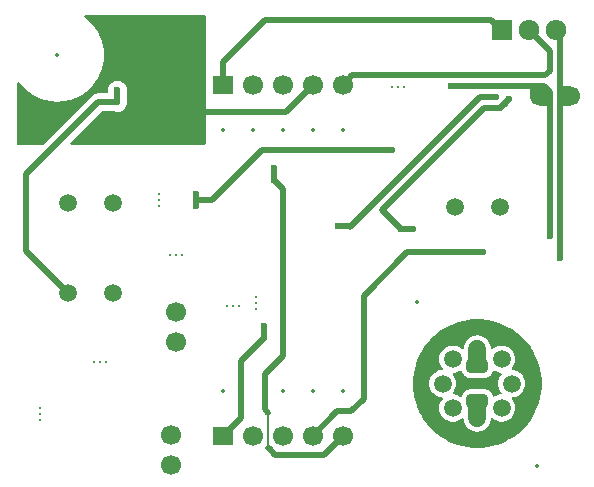
<source format=gbl>
%TF.GenerationSoftware,KiCad,Pcbnew,8.0.6*%
%TF.CreationDate,2025-01-21T00:38:54+01:00*%
%TF.ProjectId,3458A Ref A9 Clone,33343538-4120-4526-9566-20413920436c,B*%
%TF.SameCoordinates,Original*%
%TF.FileFunction,Copper,L4,Bot*%
%TF.FilePolarity,Positive*%
%FSLAX46Y46*%
G04 Gerber Fmt 4.6, Leading zero omitted, Abs format (unit mm)*
G04 Created by KiCad (PCBNEW 8.0.6) date 2025-01-21 00:38:54*
%MOMM*%
%LPD*%
G01*
G04 APERTURE LIST*
G04 Aperture macros list*
%AMRoundRect*
0 Rectangle with rounded corners*
0 $1 Rounding radius*
0 $2 $3 $4 $5 $6 $7 $8 $9 X,Y pos of 4 corners*
0 Add a 4 corners polygon primitive as box body*
4,1,4,$2,$3,$4,$5,$6,$7,$8,$9,$2,$3,0*
0 Add four circle primitives for the rounded corners*
1,1,$1+$1,$2,$3*
1,1,$1+$1,$4,$5*
1,1,$1+$1,$6,$7*
1,1,$1+$1,$8,$9*
0 Add four rect primitives between the rounded corners*
20,1,$1+$1,$2,$3,$4,$5,0*
20,1,$1+$1,$4,$5,$6,$7,0*
20,1,$1+$1,$6,$7,$8,$9,0*
20,1,$1+$1,$8,$9,$2,$3,0*%
G04 Aperture macros list end*
%TA.AperFunction,Conductor*%
%ADD10C,0.000000*%
%TD*%
%TA.AperFunction,ComponentPad*%
%ADD11C,1.500000*%
%TD*%
%TA.AperFunction,ComponentPad*%
%ADD12R,1.700000X1.524000*%
%TD*%
%TA.AperFunction,ComponentPad*%
%ADD13C,1.700000*%
%TD*%
%TA.AperFunction,ComponentPad*%
%ADD14R,1.710000X1.710000*%
%TD*%
%TA.AperFunction,ComponentPad*%
%ADD15O,1.710000X1.800000*%
%TD*%
%TA.AperFunction,SMDPad,CuDef*%
%ADD16RoundRect,0.250000X-0.650000X0.325000X-0.650000X-0.325000X0.650000X-0.325000X0.650000X0.325000X0*%
%TD*%
%TA.AperFunction,ViaPad*%
%ADD17C,0.600000*%
%TD*%
%TA.AperFunction,Conductor*%
%ADD18C,0.508000*%
%TD*%
%TA.AperFunction,Conductor*%
%ADD19C,1.500000*%
%TD*%
%TA.AperFunction,Conductor*%
%ADD20C,0.200000*%
%TD*%
%ADD21C,0.300000*%
%ADD22C,0.350000*%
G04 APERTURE END LIST*
%TA.AperFunction,Conductor*%
%TO.N,Net-(Q401-E)*%
G36*
X176657000Y-99334000D02*
G01*
X177546000Y-99334000D01*
X177546000Y-101025800D01*
X176657000Y-101025800D01*
X176657000Y-99334000D01*
G37*
%TD.AperFunction*%
D10*
%TA.AperFunction,Conductor*%
%TO.N,Net-(D401-A)*%
G36*
X175540000Y-100730000D02*
G01*
X175540000Y-101020000D01*
X174940000Y-101020000D01*
X174110000Y-100190000D01*
X174110000Y-99560000D01*
X174370000Y-99560000D01*
X175540000Y-100730000D01*
G37*
%TD.AperFunction*%
%TD*%
D11*
%TO.P,R415,1*%
%TO.N,+7V REF*%
X135001000Y-109270800D03*
%TO.P,R415,2*%
%TO.N,Net-(C411-Pad1)*%
X138811000Y-109270800D03*
%TD*%
%TO.P,R413,1*%
%TO.N,+7V REF*%
X171577000Y-109601000D03*
%TO.P,R413,2*%
%TO.N,Net-(C414-Pad1)*%
X167767000Y-109601000D03*
%TD*%
%TO.P,U401,1*%
%TO.N,Net-(Q401-E)*%
X172543018Y-124519986D03*
%TO.P,U401,2*%
%TO.N,Net-(D401-A)*%
X171687770Y-122455234D03*
%TO.P,U401,3*%
%TO.N,+7V REF*%
X169623018Y-121599986D03*
%TO.P,U401,4*%
%TO.N,ZD-*%
X167558266Y-122455234D03*
%TO.P,U401,5*%
%TO.N,Net-(C411-Pad1)*%
X166703018Y-124519986D03*
%TO.P,U401,6*%
%TO.N,J400 (1): Temp*%
X167558266Y-126584738D03*
%TO.P,U401,7*%
%TO.N,J400 (2): REF GND*%
X169623018Y-127439986D03*
%TO.P,U401,8*%
%TO.N,Net-(C414-Pad1)*%
X171687770Y-126584738D03*
%TD*%
D12*
%TO.P,J400,1,Pin_1*%
%TO.N,J400 (1): Temp*%
X148080000Y-128940000D03*
D13*
%TO.P,J400,2,Pin_2*%
%TO.N,unconnected-(J400-Pin_2-Pad2)*%
X150620000Y-128940000D03*
%TO.P,J400,3,Pin_3*%
%TO.N,J400 (2): REF GND*%
X153160000Y-128940000D03*
%TO.P,J400,4,Pin_4*%
%TO.N,+7V REF*%
X155700000Y-128940000D03*
%TO.P,J400,5,Pin_5*%
%TO.N,J400 (2): REF GND*%
X158240000Y-128940000D03*
%TD*%
D11*
%TO.P,R414,1*%
%TO.N,ZD-*%
X138811000Y-116890800D03*
%TO.P,R414,2*%
%TO.N,J400 (2): REF GND*%
X135001000Y-116890800D03*
%TD*%
D13*
%TO.P,TP2,1,1*%
%TO.N,J400 (2): REF GND*%
X143713200Y-131445000D03*
%TD*%
%TO.P,TP6,1,1*%
%TO.N,Net-(D401-A)*%
X174955200Y-100177600D03*
%TD*%
%TO.P,TP3,1,1*%
%TO.N,ZD-*%
X144145000Y-121031000D03*
%TD*%
%TO.P,TP4,1,1*%
%TO.N,J400 (2): REF GND*%
X144144999Y-118491000D03*
%TD*%
D14*
%TO.P,Q401,1,B*%
%TO.N,J401 (1): Heater*%
X171704000Y-94615000D03*
D15*
%TO.P,Q401,2,C*%
%TO.N,+18H*%
X173984001Y-94615000D03*
%TO.P,Q401,3,E*%
%TO.N,Net-(Q401-E)*%
X176264000Y-94615000D03*
%TD*%
D13*
%TO.P,TP5,1,1*%
%TO.N,Net-(Q401-E)*%
X177495200Y-100177600D03*
%TD*%
%TO.P,TP1,1,1*%
%TO.N,J400 (1): Temp*%
X143713200Y-128905000D03*
%TD*%
D12*
%TO.P,J401,1,Pin_1*%
%TO.N,J401 (1): Heater*%
X148090000Y-99210000D03*
D13*
%TO.P,J401,2,Pin_2*%
%TO.N,+18*%
X150630000Y-99210000D03*
%TO.P,J401,3,Pin_3*%
%TO.N,J401 (3): GND Heater*%
X153170000Y-99210000D03*
%TO.P,J401,4,Pin_4*%
%TO.N,-15*%
X155710000Y-99210000D03*
%TO.P,J401,5,Pin_5*%
%TO.N,+18H*%
X158250000Y-99210000D03*
%TD*%
D16*
%TO.P,C2,1*%
%TO.N,+7V REF*%
X169630018Y-123044985D03*
%TO.P,C2,2*%
%TO.N,J400 (2): REF GND*%
X169630018Y-125994987D03*
%TD*%
D17*
%TO.N,+7V REF*%
X169113200Y-113411000D03*
X170129199Y-113410999D03*
X169621200Y-113411000D03*
%TO.N,J400 (2): REF GND*%
X139164699Y-100203001D03*
X152408370Y-107320594D03*
X139164700Y-100710998D03*
X152408368Y-106304593D03*
X139164699Y-99694998D03*
X152408370Y-106812593D03*
%TO.N,J400 (1): Temp*%
X151559900Y-120142000D03*
X151559900Y-119634000D03*
X151559900Y-120650000D03*
%TO.N,Net-(D401-A)*%
X167386000Y-99314000D03*
X175768000Y-111506000D03*
X167894000Y-99314000D03*
X168402000Y-99314000D03*
X175768001Y-112013999D03*
X175768000Y-110998000D03*
%TO.N,unconnected-(J400-Pin_2-Pad2)*%
X167672582Y-129230870D03*
X168660411Y-129536199D03*
X173263271Y-126836632D03*
X170688000Y-124519986D03*
X168216436Y-124941614D03*
X167352836Y-120871572D03*
X170599625Y-120329957D03*
X168660411Y-128710015D03*
X165981604Y-126797168D03*
X170561000Y-128727200D03*
X173176832Y-123063000D03*
X164610004Y-125450968D03*
X165422804Y-125450968D03*
X170561000Y-129540000D03*
X168216436Y-124103414D03*
X173837232Y-123589004D03*
X164613805Y-123550379D03*
X164914804Y-126466968D03*
X173168239Y-125997718D03*
X174646231Y-125489593D03*
X168173032Y-120973172D03*
X171946664Y-120886733D03*
X174650032Y-123589004D03*
X166768636Y-120287372D03*
X171587454Y-119809102D03*
X171107750Y-120981765D03*
X165422028Y-121628604D03*
X165439989Y-123550379D03*
X171907200Y-128168400D03*
X166083204Y-125976972D03*
X167683036Y-119804772D03*
X170180000Y-124519986D03*
X173278432Y-122242804D03*
X173820047Y-125489593D03*
X172521400Y-120311996D03*
X171043600Y-124942600D03*
X168699036Y-120312772D03*
X171043600Y-124104400D03*
X174340902Y-126477422D03*
X166091797Y-123042254D03*
X164919134Y-122562550D03*
X173862632Y-121658604D03*
X174345232Y-122573004D03*
X166738636Y-128727976D03*
X167313372Y-128153239D03*
X165996765Y-122203340D03*
X172491400Y-128752600D03*
X169630018Y-124519986D03*
X165397404Y-127381368D03*
X173838008Y-127411368D03*
X171577000Y-129235200D03*
X170599625Y-119503773D03*
X168572036Y-124519000D03*
X169080036Y-124519000D03*
X171087004Y-128066800D03*
X168699036Y-119499972D03*
X168152286Y-128058207D03*
%TO.N,-15*%
X145034000Y-101521900D03*
X138531600Y-103505000D03*
X143560800Y-100710999D03*
X144526001Y-101521901D03*
X143560799Y-99695000D03*
X138531600Y-102997000D03*
X138531599Y-102489001D03*
X143560800Y-100203001D03*
X145542000Y-101521900D03*
%TO.N,Net-(Q401-E)*%
X164211000Y-111455200D03*
X176657001Y-113918999D03*
X176657000Y-112903000D03*
X163195000Y-111455200D03*
X172339000Y-100457000D03*
X176657000Y-113411000D03*
X171577000Y-101219000D03*
X163703000Y-111455200D03*
X171958000Y-100838000D03*
%TO.N,Net-(C1-Pad1)*%
X170149185Y-100253800D03*
X171226815Y-100253800D03*
X157796000Y-111173999D03*
X158939000Y-111173999D03*
X158369000Y-111173999D03*
X170688000Y-100253800D03*
%TO.N,Net-(C414-Pad1)*%
X145796000Y-108966000D03*
X145795999Y-108457999D03*
X161863000Y-104775000D03*
X162433000Y-104775000D03*
X145796000Y-109474000D03*
X161290000Y-104775000D03*
%TD*%
D18*
%TO.N,+7V REF*%
X157767000Y-126873000D02*
X155700000Y-128940000D01*
X160020000Y-125793500D02*
X158940500Y-126873000D01*
X163703000Y-113411000D02*
X160020000Y-117094000D01*
X170129198Y-113411000D02*
X169113200Y-113411000D01*
X158940500Y-126873000D02*
X157767000Y-126873000D01*
X170129199Y-113410999D02*
X170129198Y-113411000D01*
D19*
X169623018Y-121599986D02*
X169623018Y-122537985D01*
D18*
X160020000Y-117094000D02*
X160020000Y-125793500D01*
X170129198Y-113411000D02*
X163703000Y-113411000D01*
D20*
X169573932Y-121550900D02*
X169623018Y-121599986D01*
D18*
X169623018Y-123037985D02*
X169630018Y-123044985D01*
D20*
%TO.N,J400 (2): REF GND*%
X151924000Y-126997000D02*
X151924000Y-129953000D01*
D18*
X151638000Y-126711000D02*
X151638000Y-123698000D01*
X151924000Y-126997000D02*
X151638000Y-126711000D01*
X135001000Y-116890800D02*
X131445000Y-113334800D01*
X151970000Y-129999000D02*
X152527000Y-130556000D01*
X151638000Y-123698000D02*
X153162000Y-122174000D01*
X137541002Y-100710998D02*
X139164700Y-100710998D01*
X131445000Y-106807000D02*
X137541002Y-100710998D01*
X152408368Y-107320592D02*
X152408368Y-106304593D01*
X139164700Y-100710998D02*
X139164700Y-99694999D01*
X156624000Y-130556000D02*
X158240000Y-128940000D01*
X152527000Y-130556000D02*
X156624000Y-130556000D01*
X153162000Y-122174000D02*
X153162000Y-108074224D01*
X139164700Y-99694999D02*
X139164699Y-99694998D01*
X131445000Y-113334800D02*
X131445000Y-106807000D01*
D19*
X169623018Y-127439986D02*
X169623018Y-126501987D01*
D18*
X153162000Y-108074224D02*
X152408368Y-107320592D01*
X151924000Y-129953000D02*
X151970000Y-129999000D01*
X169623018Y-126001987D02*
X169630018Y-125994987D01*
%TO.N,J400 (1): Temp*%
X149606000Y-127414000D02*
X149606000Y-122603900D01*
X148080000Y-128940000D02*
X149606000Y-127414000D01*
X151559900Y-120650000D02*
X151559900Y-119634000D01*
X149606000Y-122603900D02*
X151559900Y-120650000D01*
%TO.N,Net-(D401-A)*%
X175742600Y-100177600D02*
X175768000Y-100203000D01*
X175768000Y-99822000D02*
X175260000Y-99314000D01*
X175768000Y-112013998D02*
X175768000Y-100203000D01*
X175260000Y-99314000D02*
X167386000Y-99314000D01*
X175768001Y-112013999D02*
X175768000Y-112013998D01*
X174955200Y-100177600D02*
X175742600Y-100177600D01*
X175768000Y-100203000D02*
X175768000Y-99822000D01*
%TO.N,J401 (1): Heater*%
X148090000Y-97274000D02*
X151638000Y-93726000D01*
X148090000Y-99210000D02*
X148090000Y-97274000D01*
X151638000Y-93726000D02*
X170815000Y-93726000D01*
X170815000Y-93726000D02*
X171704000Y-94615000D01*
%TO.N,+18H*%
X159035000Y-98425000D02*
X175387000Y-98425000D01*
X175772999Y-98039001D02*
X175772999Y-96403998D01*
X158250000Y-99210000D02*
X159035000Y-98425000D01*
X175772999Y-96403998D02*
X173984001Y-94615000D01*
X175387000Y-98425000D02*
X175772999Y-98039001D01*
%TO.N,-15*%
X153398099Y-101521901D02*
X155710000Y-99210000D01*
X144526001Y-101521901D02*
X153398099Y-101521901D01*
%TO.N,Net-(Q401-E)*%
X177495200Y-100177600D02*
X176682400Y-100177600D01*
X176657000Y-100203000D02*
X176657000Y-95008000D01*
X171577000Y-101219000D02*
X172339000Y-100457000D01*
X176657000Y-113918998D02*
X176657000Y-100203000D01*
X170180000Y-101219000D02*
X161544000Y-109855000D01*
X171577000Y-101219000D02*
X170180000Y-101219000D01*
X161544000Y-109855000D02*
X163144200Y-111455200D01*
X176657001Y-113918999D02*
X176657000Y-113918998D01*
X176657000Y-95008000D02*
X176264000Y-94615000D01*
X176682400Y-100177600D02*
X176657000Y-100203000D01*
X163144200Y-111455200D02*
X164211000Y-111455200D01*
%TO.N,Net-(C1-Pad1)*%
X158877000Y-111252000D02*
X169875200Y-100253800D01*
X169875200Y-100253800D02*
X171226815Y-100253800D01*
X157796000Y-111173999D02*
X158877000Y-111173999D01*
%TO.N,Net-(C414-Pad1)*%
X147193000Y-108966000D02*
X145796000Y-108966000D01*
X151384000Y-104775000D02*
X147193000Y-108966000D01*
X145795999Y-109473999D02*
X145796000Y-109474000D01*
X162433000Y-104775000D02*
X151384000Y-104775000D01*
X145795999Y-108457999D02*
X145795999Y-109473999D01*
%TD*%
%TA.AperFunction,Conductor*%
%TO.N,unconnected-(J400-Pin_2-Pad2)*%
G36*
X168302335Y-123428168D02*
G01*
X168333457Y-123476124D01*
X168359730Y-123566555D01*
X168378274Y-123630383D01*
X168461937Y-123771850D01*
X168578153Y-123888066D01*
X168719620Y-123971729D01*
X168877449Y-124017583D01*
X168914324Y-124020485D01*
X168914329Y-124020485D01*
X170345707Y-124020485D01*
X170345712Y-124020485D01*
X170382587Y-124017583D01*
X170540416Y-123971729D01*
X170681883Y-123888066D01*
X170798099Y-123771850D01*
X170881762Y-123630383D01*
X170924444Y-123483470D01*
X170958835Y-123432865D01*
X171016404Y-123412140D01*
X171071629Y-123426919D01*
X171172751Y-123489532D01*
X171371572Y-123566555D01*
X171581160Y-123605734D01*
X171592912Y-123605734D01*
X171651103Y-123624641D01*
X171687067Y-123674141D01*
X171687067Y-123735327D01*
X171671916Y-123764395D01*
X171560653Y-123911729D01*
X171560648Y-123911738D01*
X171506499Y-124020485D01*
X171465613Y-124102597D01*
X171462819Y-124112418D01*
X171407262Y-124307674D01*
X171407262Y-124307676D01*
X171387589Y-124519986D01*
X171407262Y-124732296D01*
X171465613Y-124937375D01*
X171560652Y-125128241D01*
X171578523Y-125151906D01*
X171671916Y-125275577D01*
X171691895Y-125333408D01*
X171674066Y-125391939D01*
X171625239Y-125428811D01*
X171592912Y-125434238D01*
X171581160Y-125434238D01*
X171371574Y-125473416D01*
X171298483Y-125501731D01*
X171172751Y-125550440D01*
X171071629Y-125613052D01*
X171012201Y-125627610D01*
X170955566Y-125604456D01*
X170924444Y-125556501D01*
X170922683Y-125550440D01*
X170881762Y-125409589D01*
X170798099Y-125268122D01*
X170681883Y-125151906D01*
X170540416Y-125068243D01*
X170382587Y-125022389D01*
X170382586Y-125022388D01*
X170382583Y-125022388D01*
X170359158Y-125020545D01*
X170345712Y-125019487D01*
X168914324Y-125019487D01*
X168901791Y-125020473D01*
X168877452Y-125022388D01*
X168877445Y-125022390D01*
X168719620Y-125068243D01*
X168578154Y-125151905D01*
X168461936Y-125268123D01*
X168378274Y-125409588D01*
X168333457Y-125563848D01*
X168299065Y-125614453D01*
X168241497Y-125635178D01*
X168186271Y-125620398D01*
X168073290Y-125550443D01*
X168073285Y-125550440D01*
X167874461Y-125473416D01*
X167664876Y-125434238D01*
X167653124Y-125434238D01*
X167594933Y-125415331D01*
X167558969Y-125365831D01*
X167558969Y-125304645D01*
X167574120Y-125275577D01*
X167620031Y-125214781D01*
X167685384Y-125128241D01*
X167780423Y-124937375D01*
X167838774Y-124732296D01*
X167858447Y-124519986D01*
X167838774Y-124307676D01*
X167780423Y-124102597D01*
X167685384Y-123911731D01*
X167574119Y-123764394D01*
X167554141Y-123706564D01*
X167571970Y-123648033D01*
X167620797Y-123611161D01*
X167653124Y-123605734D01*
X167664876Y-123605734D01*
X167874464Y-123566555D01*
X168073285Y-123489532D01*
X168186271Y-123419574D01*
X168245699Y-123405015D01*
X168302335Y-123428168D01*
G37*
%TD.AperFunction*%
%TA.AperFunction,Conductor*%
G36*
X170033889Y-119081282D02*
G01*
X170041252Y-119081834D01*
X170439183Y-119126670D01*
X170446503Y-119127774D01*
X170542581Y-119145953D01*
X170839966Y-119202221D01*
X170847178Y-119203867D01*
X171233984Y-119307511D01*
X171241053Y-119309692D01*
X171619025Y-119441951D01*
X171625907Y-119444651D01*
X171992976Y-119604802D01*
X171999596Y-119607990D01*
X172353678Y-119795127D01*
X172360036Y-119798798D01*
X172699125Y-120011862D01*
X172705242Y-120016033D01*
X173027426Y-120253814D01*
X173033212Y-120258427D01*
X173330958Y-120514660D01*
X173336745Y-120519640D01*
X173342172Y-120524675D01*
X173625327Y-120807830D01*
X173630362Y-120813257D01*
X173891572Y-121116787D01*
X173896188Y-121122576D01*
X174133969Y-121444760D01*
X174138140Y-121450877D01*
X174198408Y-121546792D01*
X174330353Y-121756782D01*
X174351194Y-121789949D01*
X174354879Y-121796333D01*
X174542006Y-122150395D01*
X174545207Y-122157041D01*
X174705349Y-122524091D01*
X174708053Y-122530982D01*
X174840309Y-122908946D01*
X174842492Y-122916021D01*
X174946134Y-123302821D01*
X174947781Y-123310039D01*
X175022228Y-123703499D01*
X175023332Y-123710819D01*
X175068167Y-124108739D01*
X175068720Y-124116122D01*
X175083693Y-124516283D01*
X175083693Y-124523687D01*
X175068720Y-124923848D01*
X175068167Y-124931231D01*
X175023332Y-125329151D01*
X175022228Y-125336471D01*
X174947781Y-125729931D01*
X174946134Y-125737149D01*
X174842492Y-126123949D01*
X174840309Y-126131024D01*
X174708053Y-126508988D01*
X174705349Y-126515879D01*
X174545207Y-126882929D01*
X174542001Y-126889585D01*
X174354886Y-127243626D01*
X174351194Y-127250021D01*
X174138140Y-127589093D01*
X174133969Y-127595210D01*
X173896188Y-127917394D01*
X173891572Y-127923183D01*
X173630362Y-128226713D01*
X173625327Y-128232140D01*
X173342172Y-128515295D01*
X173336745Y-128520330D01*
X173033215Y-128781540D01*
X173027426Y-128786156D01*
X172705242Y-129023937D01*
X172699125Y-129028108D01*
X172360053Y-129241162D01*
X172353658Y-129244854D01*
X171999617Y-129431969D01*
X171992961Y-129435175D01*
X171625911Y-129595317D01*
X171619020Y-129598021D01*
X171241056Y-129730277D01*
X171233981Y-129732460D01*
X170847181Y-129836102D01*
X170839963Y-129837749D01*
X170446503Y-129912196D01*
X170439183Y-129913300D01*
X170041263Y-129958135D01*
X170033880Y-129958688D01*
X169633719Y-129973661D01*
X169626315Y-129973661D01*
X169226154Y-129958688D01*
X169218771Y-129958135D01*
X168820851Y-129913300D01*
X168813531Y-129912196D01*
X168420071Y-129837749D01*
X168412853Y-129836102D01*
X168026053Y-129732460D01*
X168018978Y-129730277D01*
X167641014Y-129598021D01*
X167634123Y-129595317D01*
X167267073Y-129435175D01*
X167260427Y-129431974D01*
X166906365Y-129244847D01*
X166899989Y-129241167D01*
X166705867Y-129119192D01*
X166560909Y-129028108D01*
X166554792Y-129023937D01*
X166232608Y-128786156D01*
X166226819Y-128781540D01*
X165923289Y-128520330D01*
X165917862Y-128515295D01*
X165634707Y-128232140D01*
X165629672Y-128226713D01*
X165542593Y-128125526D01*
X165368459Y-127923180D01*
X165363846Y-127917394D01*
X165337447Y-127881625D01*
X165126064Y-127595209D01*
X165121894Y-127589093D01*
X165070180Y-127506791D01*
X164908830Y-127250004D01*
X164905159Y-127243646D01*
X164718022Y-126889564D01*
X164714834Y-126882944D01*
X164554683Y-126515875D01*
X164551981Y-126508988D01*
X164504196Y-126372428D01*
X164419724Y-126131021D01*
X164417542Y-126123949D01*
X164313900Y-125737149D01*
X164312253Y-125729931D01*
X164299529Y-125662686D01*
X164263718Y-125473417D01*
X164237806Y-125336471D01*
X164236702Y-125329151D01*
X164207305Y-125068243D01*
X164191866Y-124931220D01*
X164191314Y-124923848D01*
X164184147Y-124732296D01*
X164176341Y-124523674D01*
X164176341Y-124519986D01*
X165547589Y-124519986D01*
X165567262Y-124732296D01*
X165625613Y-124937375D01*
X165720652Y-125128241D01*
X165849146Y-125298393D01*
X165890915Y-125336471D01*
X166006710Y-125442033D01*
X166006717Y-125442039D01*
X166110407Y-125506241D01*
X166187999Y-125554284D01*
X166386820Y-125631307D01*
X166596408Y-125670486D01*
X166608160Y-125670486D01*
X166666351Y-125689393D01*
X166702315Y-125738893D01*
X166702315Y-125800079D01*
X166687164Y-125829147D01*
X166575901Y-125976481D01*
X166575896Y-125976490D01*
X166480862Y-126167346D01*
X166422510Y-126372426D01*
X166409218Y-126515879D01*
X166402837Y-126584738D01*
X166422510Y-126797048D01*
X166480861Y-127002127D01*
X166575900Y-127192993D01*
X166704394Y-127363145D01*
X166775000Y-127427511D01*
X166861958Y-127506785D01*
X166861965Y-127506791D01*
X166965655Y-127570993D01*
X167043247Y-127619036D01*
X167242068Y-127696059D01*
X167451656Y-127735238D01*
X167664876Y-127735238D01*
X167874464Y-127696059D01*
X168073285Y-127619036D01*
X168254568Y-127506790D01*
X168306822Y-127459153D01*
X168362562Y-127433923D01*
X168422488Y-127446275D01*
X168463709Y-127491491D01*
X168471312Y-127526729D01*
X168472213Y-127526659D01*
X168472517Y-127530531D01*
X168480357Y-127580025D01*
X168481154Y-127586378D01*
X168487262Y-127652299D01*
X168495876Y-127682573D01*
X168498435Y-127694172D01*
X168500846Y-127709391D01*
X168500848Y-127709399D01*
X168521697Y-127773567D01*
X168522750Y-127777026D01*
X168542256Y-127845580D01*
X168545614Y-127857379D01*
X168551886Y-127869974D01*
X168555204Y-127878089D01*
X168555322Y-127878041D01*
X168556806Y-127881624D01*
X168595340Y-127957253D01*
X168595751Y-127958069D01*
X168640648Y-128048234D01*
X168640653Y-128048243D01*
X168697953Y-128124119D01*
X168699001Y-128125534D01*
X168745461Y-128189482D01*
X168745469Y-128189491D01*
X168748179Y-128192202D01*
X168757172Y-128202538D01*
X168769137Y-128218382D01*
X168769140Y-128218386D01*
X168769146Y-128218393D01*
X168784226Y-128232140D01*
X168826573Y-128270745D01*
X168829879Y-128273902D01*
X168873518Y-128317540D01*
X168890674Y-128330005D01*
X168899178Y-128336935D01*
X168899185Y-128336941D01*
X168926716Y-128362038D01*
X168926718Y-128362039D01*
X168978072Y-128393837D01*
X168984145Y-128397915D01*
X169020020Y-128423980D01*
X169020029Y-128423985D01*
X169054389Y-128441492D01*
X169061550Y-128445523D01*
X169107999Y-128474284D01*
X169108001Y-128474284D01*
X169108001Y-128474285D01*
X169120277Y-128479040D01*
X169148144Y-128489835D01*
X169157322Y-128493939D01*
X169181379Y-128506197D01*
X169217432Y-128517911D01*
X169234550Y-128523473D01*
X169239722Y-128525313D01*
X169306820Y-128551307D01*
X169332065Y-128556025D01*
X169344457Y-128559183D01*
X169353609Y-128562157D01*
X169426017Y-128573624D01*
X169428591Y-128574069D01*
X169516408Y-128590486D01*
X169516409Y-128590486D01*
X169729626Y-128590486D01*
X169729628Y-128590486D01*
X169817467Y-128574064D01*
X169820004Y-128573626D01*
X169892427Y-128562157D01*
X169901572Y-128559185D01*
X169913976Y-128556024D01*
X169939216Y-128551307D01*
X170006324Y-128525308D01*
X170011485Y-128523473D01*
X170064657Y-128506197D01*
X170088713Y-128493939D01*
X170097880Y-128489839D01*
X170138037Y-128474284D01*
X170184484Y-128445524D01*
X170191645Y-128441492D01*
X170226012Y-128423982D01*
X170261896Y-128397909D01*
X170267962Y-128393837D01*
X170319320Y-128362038D01*
X170346864Y-128336927D01*
X170355353Y-128330010D01*
X170372519Y-128317539D01*
X170416174Y-128273883D01*
X170419415Y-128270786D01*
X170476890Y-128218393D01*
X170488868Y-128202530D01*
X170497870Y-128192186D01*
X170500571Y-128189487D01*
X170547085Y-128125462D01*
X170548058Y-128124150D01*
X170605384Y-128048241D01*
X170641673Y-127975360D01*
X170650326Y-127957984D01*
X170650738Y-127957166D01*
X170689229Y-127881625D01*
X170689231Y-127881617D01*
X170690720Y-127878026D01*
X170690839Y-127878075D01*
X170694150Y-127869970D01*
X170700423Y-127857375D01*
X170723280Y-127777038D01*
X170724342Y-127773557D01*
X170745186Y-127709404D01*
X170745185Y-127709404D01*
X170745189Y-127709395D01*
X170747599Y-127694170D01*
X170750154Y-127682587D01*
X170758774Y-127652296D01*
X170764881Y-127586374D01*
X170765675Y-127580044D01*
X170773518Y-127530532D01*
X170773518Y-127530523D01*
X170773824Y-127526648D01*
X170775320Y-127526765D01*
X170792425Y-127474124D01*
X170841925Y-127438160D01*
X170903111Y-127438160D01*
X170939212Y-127459152D01*
X170974686Y-127491491D01*
X170991468Y-127506790D01*
X170991469Y-127506791D01*
X171095159Y-127570993D01*
X171172751Y-127619036D01*
X171371572Y-127696059D01*
X171581160Y-127735238D01*
X171794380Y-127735238D01*
X172003968Y-127696059D01*
X172202789Y-127619036D01*
X172384072Y-127506790D01*
X172541642Y-127363145D01*
X172670136Y-127192993D01*
X172765175Y-127002127D01*
X172823526Y-126797048D01*
X172843199Y-126584738D01*
X172823526Y-126372428D01*
X172765175Y-126167349D01*
X172670136Y-125976483D01*
X172558871Y-125829146D01*
X172538893Y-125771316D01*
X172556722Y-125712785D01*
X172605549Y-125675913D01*
X172637876Y-125670486D01*
X172649628Y-125670486D01*
X172859216Y-125631307D01*
X173058037Y-125554284D01*
X173239320Y-125442038D01*
X173396890Y-125298393D01*
X173525384Y-125128241D01*
X173620423Y-124937375D01*
X173678774Y-124732296D01*
X173698447Y-124519986D01*
X173678774Y-124307676D01*
X173620423Y-124102597D01*
X173525384Y-123911731D01*
X173396890Y-123741579D01*
X173268616Y-123624641D01*
X173239325Y-123597938D01*
X173239318Y-123597932D01*
X173058042Y-123485691D01*
X173058037Y-123485688D01*
X172906338Y-123426920D01*
X172859216Y-123408665D01*
X172859215Y-123408664D01*
X172859213Y-123408664D01*
X172649628Y-123369486D01*
X172637876Y-123369486D01*
X172579685Y-123350579D01*
X172543721Y-123301079D01*
X172543721Y-123239893D01*
X172558872Y-123210825D01*
X172670136Y-123063489D01*
X172765175Y-122872623D01*
X172823526Y-122667544D01*
X172843199Y-122455234D01*
X172823526Y-122242924D01*
X172765175Y-122037845D01*
X172670136Y-121846979D01*
X172541642Y-121676827D01*
X172400852Y-121548479D01*
X172384077Y-121533186D01*
X172384070Y-121533180D01*
X172202794Y-121420939D01*
X172202789Y-121420936D01*
X172003968Y-121343913D01*
X172003967Y-121343912D01*
X172003965Y-121343912D01*
X171794380Y-121304734D01*
X171581160Y-121304734D01*
X171371574Y-121343912D01*
X171172750Y-121420936D01*
X171172745Y-121420939D01*
X170991469Y-121533180D01*
X170991468Y-121533181D01*
X170939214Y-121580818D01*
X170883473Y-121606048D01*
X170823547Y-121593696D01*
X170782327Y-121548479D01*
X170774723Y-121513241D01*
X170773823Y-121513312D01*
X170773518Y-121509445D01*
X170773518Y-121509440D01*
X170765675Y-121459926D01*
X170764880Y-121453584D01*
X170764629Y-121450877D01*
X170758774Y-121387676D01*
X170750155Y-121357385D01*
X170747599Y-121345798D01*
X170745189Y-121330577D01*
X170724344Y-121266421D01*
X170723277Y-121262921D01*
X170723275Y-121262914D01*
X170700423Y-121182597D01*
X170694151Y-121170001D01*
X170690833Y-121161884D01*
X170690714Y-121161934D01*
X170689233Y-121158362D01*
X170689229Y-121158347D01*
X170650694Y-121082718D01*
X170650283Y-121081901D01*
X170605385Y-120991734D01*
X170605384Y-120991731D01*
X170605381Y-120991727D01*
X170605380Y-120991725D01*
X170548104Y-120915882D01*
X170547028Y-120914429D01*
X170500571Y-120850485D01*
X170500559Y-120850473D01*
X170497858Y-120847771D01*
X170488867Y-120837438D01*
X170479641Y-120825222D01*
X170476890Y-120821579D01*
X170419450Y-120769215D01*
X170416154Y-120766068D01*
X170372520Y-120722434D01*
X170355358Y-120709964D01*
X170346859Y-120703037D01*
X170319326Y-120677939D01*
X170319317Y-120677932D01*
X170267964Y-120646135D01*
X170261891Y-120642057D01*
X170226015Y-120615991D01*
X170226007Y-120615987D01*
X170208070Y-120606848D01*
X170191654Y-120598483D01*
X170184490Y-120594450D01*
X170138039Y-120565689D01*
X170138031Y-120565685D01*
X170097884Y-120550132D01*
X170088707Y-120546029D01*
X170064657Y-120533775D01*
X170028603Y-120522060D01*
X170011486Y-120516498D01*
X170006319Y-120514660D01*
X170006309Y-120514656D01*
X169939216Y-120488665D01*
X169939215Y-120488664D01*
X169939213Y-120488664D01*
X169913969Y-120483945D01*
X169901575Y-120480787D01*
X169892424Y-120477814D01*
X169820092Y-120466358D01*
X169817388Y-120465891D01*
X169729628Y-120449486D01*
X169516408Y-120449486D01*
X169428646Y-120465891D01*
X169425942Y-120466358D01*
X169353612Y-120477814D01*
X169353605Y-120477815D01*
X169344447Y-120480790D01*
X169332065Y-120483944D01*
X169306830Y-120488662D01*
X169306814Y-120488666D01*
X169239726Y-120514656D01*
X169234559Y-120516495D01*
X169181375Y-120533776D01*
X169157324Y-120546030D01*
X169148148Y-120550132D01*
X169108007Y-120565684D01*
X169107993Y-120565691D01*
X169061550Y-120594446D01*
X169054385Y-120598481D01*
X169036344Y-120607674D01*
X169020024Y-120615990D01*
X169020021Y-120615991D01*
X169020021Y-120615992D01*
X168984136Y-120642061D01*
X168978070Y-120646135D01*
X168926714Y-120677935D01*
X168899172Y-120703041D01*
X168890676Y-120709965D01*
X168873514Y-120722434D01*
X168829888Y-120766060D01*
X168826584Y-120769215D01*
X168781358Y-120810446D01*
X168769146Y-120821579D01*
X168769144Y-120821581D01*
X168769143Y-120821581D01*
X168757164Y-120837443D01*
X168748181Y-120847767D01*
X168745475Y-120850473D01*
X168745463Y-120850487D01*
X168699005Y-120914429D01*
X168697919Y-120915896D01*
X168640650Y-120991734D01*
X168595708Y-121081989D01*
X168595297Y-121082804D01*
X168556808Y-121158344D01*
X168555318Y-121161941D01*
X168555201Y-121161892D01*
X168551889Y-121169990D01*
X168550469Y-121172843D01*
X168545613Y-121182596D01*
X168545610Y-121182604D01*
X168522759Y-121262914D01*
X168521694Y-121266410D01*
X168500849Y-121330568D01*
X168500845Y-121330584D01*
X168498433Y-121345805D01*
X168495876Y-121357394D01*
X168487263Y-121387671D01*
X168487262Y-121387676D01*
X168481696Y-121447746D01*
X168481154Y-121453593D01*
X168480357Y-121459944D01*
X168472517Y-121509438D01*
X168472213Y-121513313D01*
X168470718Y-121513195D01*
X168453611Y-121565847D01*
X168404111Y-121601811D01*
X168342925Y-121601811D01*
X168306822Y-121580818D01*
X168254567Y-121533181D01*
X168254566Y-121533180D01*
X168073290Y-121420939D01*
X168073285Y-121420936D01*
X167874464Y-121343913D01*
X167874463Y-121343912D01*
X167874461Y-121343912D01*
X167664876Y-121304734D01*
X167451656Y-121304734D01*
X167242070Y-121343912D01*
X167043246Y-121420936D01*
X167043241Y-121420939D01*
X166861965Y-121533180D01*
X166861958Y-121533186D01*
X166704401Y-121676820D01*
X166704397Y-121676823D01*
X166704394Y-121676827D01*
X166704391Y-121676831D01*
X166575901Y-121846977D01*
X166575896Y-121846986D01*
X166480862Y-122037842D01*
X166422510Y-122242922D01*
X166402837Y-122455234D01*
X166422510Y-122667545D01*
X166445715Y-122749101D01*
X166480861Y-122872623D01*
X166575900Y-123063489D01*
X166687164Y-123210825D01*
X166707143Y-123268656D01*
X166689314Y-123327187D01*
X166640487Y-123364059D01*
X166608160Y-123369486D01*
X166596408Y-123369486D01*
X166386822Y-123408664D01*
X166187998Y-123485688D01*
X166187993Y-123485691D01*
X166006717Y-123597932D01*
X166006710Y-123597938D01*
X165849153Y-123741572D01*
X165849149Y-123741575D01*
X165849146Y-123741579D01*
X165849143Y-123741583D01*
X165720653Y-123911729D01*
X165720648Y-123911738D01*
X165666499Y-124020485D01*
X165625613Y-124102597D01*
X165622819Y-124112418D01*
X165567262Y-124307674D01*
X165567262Y-124307676D01*
X165547589Y-124519986D01*
X164176341Y-124519986D01*
X164176341Y-124516297D01*
X164191314Y-124116111D01*
X164191865Y-124108752D01*
X164236702Y-123710814D01*
X164237806Y-123703499D01*
X164257780Y-123597934D01*
X164312254Y-123310030D01*
X164313900Y-123302821D01*
X164417545Y-122916010D01*
X164419725Y-122908946D01*
X164551986Y-122530968D01*
X164554679Y-122524104D01*
X164714839Y-122157015D01*
X164718016Y-122150417D01*
X164905165Y-121796312D01*
X164908823Y-121789977D01*
X165121902Y-121450864D01*
X165126055Y-121444773D01*
X165363859Y-121122559D01*
X165368448Y-121116803D01*
X165629684Y-120813243D01*
X165634694Y-120807843D01*
X165917875Y-120524662D01*
X165923275Y-120519652D01*
X166226835Y-120258416D01*
X166232591Y-120253827D01*
X166554805Y-120016023D01*
X166560896Y-120011870D01*
X166900009Y-119798791D01*
X166906344Y-119795133D01*
X167260449Y-119607984D01*
X167267047Y-119604807D01*
X167634136Y-119444647D01*
X167641000Y-119441954D01*
X168018989Y-119309689D01*
X168026042Y-119307513D01*
X168412862Y-119203865D01*
X168420062Y-119202222D01*
X168813532Y-119127773D01*
X168820846Y-119126670D01*
X169218784Y-119081833D01*
X169226143Y-119081282D01*
X169626330Y-119066309D01*
X169633706Y-119066309D01*
X170033889Y-119081282D01*
G37*
%TD.AperFunction*%
%TD*%
%TA.AperFunction,Conductor*%
%TO.N,-15*%
G36*
X146577239Y-93310185D02*
G01*
X146622994Y-93362989D01*
X146634200Y-93414500D01*
X146634200Y-104193800D01*
X146614515Y-104260839D01*
X146561711Y-104306594D01*
X146510200Y-104317800D01*
X135300586Y-104317800D01*
X135233547Y-104298115D01*
X135187792Y-104245311D01*
X135177848Y-104176153D01*
X135206873Y-104112597D01*
X135212905Y-104106119D01*
X137817207Y-101501817D01*
X137878530Y-101468332D01*
X137904888Y-101465498D01*
X138876160Y-101465498D01*
X138917115Y-101472457D01*
X138985437Y-101496364D01*
X138985443Y-101496365D01*
X138985445Y-101496366D01*
X138985446Y-101496366D01*
X138985450Y-101496367D01*
X139164696Y-101516563D01*
X139164700Y-101516563D01*
X139164704Y-101516563D01*
X139343949Y-101496367D01*
X139343952Y-101496366D01*
X139343955Y-101496366D01*
X139514222Y-101436787D01*
X139666962Y-101340814D01*
X139794516Y-101213260D01*
X139890489Y-101060520D01*
X139950068Y-100890253D01*
X139970265Y-100710998D01*
X139957815Y-100600501D01*
X139950069Y-100531748D01*
X139950068Y-100531746D01*
X139950068Y-100531743D01*
X139938243Y-100497952D01*
X139934681Y-100428175D01*
X139938244Y-100416042D01*
X139950067Y-100382256D01*
X139950068Y-100382250D01*
X139970264Y-100203004D01*
X139970264Y-100202997D01*
X139950068Y-100023751D01*
X139950065Y-100023738D01*
X139938243Y-99989953D01*
X139934680Y-99920175D01*
X139938239Y-99908052D01*
X139950067Y-99874253D01*
X139970264Y-99694998D01*
X139950067Y-99515743D01*
X139890488Y-99345476D01*
X139794515Y-99192736D01*
X139666961Y-99065182D01*
X139639320Y-99047814D01*
X139514222Y-98969209D01*
X139343953Y-98909629D01*
X139343948Y-98909628D01*
X139164703Y-98889433D01*
X139164695Y-98889433D01*
X138985449Y-98909628D01*
X138985444Y-98909629D01*
X138815175Y-98969209D01*
X138662436Y-99065182D01*
X138534883Y-99192735D01*
X138438910Y-99345474D01*
X138379330Y-99515743D01*
X138379329Y-99515748D01*
X138359134Y-99694994D01*
X138359134Y-99695000D01*
X138373062Y-99818614D01*
X138361008Y-99887436D01*
X138313659Y-99938816D01*
X138249842Y-99956498D01*
X137621448Y-99956498D01*
X137621428Y-99956497D01*
X137615314Y-99956497D01*
X137466690Y-99956497D01*
X137466688Y-99956497D01*
X137345107Y-99980682D01*
X137320922Y-99985493D01*
X137287056Y-99999521D01*
X137287055Y-99999521D01*
X137183617Y-100042365D01*
X137183614Y-100042367D01*
X137174889Y-100048197D01*
X137174888Y-100048196D01*
X137060040Y-100124935D01*
X137060038Y-100124937D01*
X137060036Y-100124938D01*
X137060036Y-100124939D01*
X136954943Y-100230032D01*
X132903494Y-104281481D01*
X132842171Y-104314966D01*
X132815813Y-104317800D01*
X130794500Y-104317800D01*
X130727461Y-104298115D01*
X130681706Y-104245311D01*
X130670500Y-104193800D01*
X130670500Y-99123715D01*
X130690185Y-99056676D01*
X130742989Y-99010921D01*
X130812147Y-99000977D01*
X130875703Y-99030002D01*
X130892556Y-99047814D01*
X131063745Y-99268972D01*
X131298318Y-99515743D01*
X131339421Y-99558983D01*
X131643018Y-99819613D01*
X131643021Y-99819615D01*
X131971432Y-100048196D01*
X132321283Y-100242379D01*
X132688984Y-100400172D01*
X132688994Y-100400175D01*
X132688999Y-100400177D01*
X133070751Y-100519953D01*
X133070754Y-100519953D01*
X133070762Y-100519956D01*
X133462700Y-100600501D01*
X133781160Y-100632885D01*
X133860775Y-100640981D01*
X133860776Y-100640981D01*
X134260905Y-100640981D01*
X134327250Y-100634234D01*
X134658980Y-100600501D01*
X135050918Y-100519956D01*
X135121044Y-100497954D01*
X135432680Y-100400177D01*
X135432679Y-100400177D01*
X135432696Y-100400172D01*
X135800397Y-100242379D01*
X136150248Y-100048196D01*
X136478659Y-99819615D01*
X136782259Y-99558983D01*
X137057935Y-99268972D01*
X137302856Y-98952560D01*
X137514509Y-98612994D01*
X137690723Y-98253757D01*
X137829690Y-97878535D01*
X137929983Y-97491180D01*
X137990574Y-97095666D01*
X138010840Y-96696051D01*
X137990574Y-96296436D01*
X137929983Y-95900922D01*
X137829690Y-95513567D01*
X137690723Y-95138345D01*
X137514509Y-94779108D01*
X137514504Y-94779099D01*
X137302855Y-94439541D01*
X137057939Y-94123135D01*
X137057938Y-94123134D01*
X137057935Y-94123130D01*
X136782259Y-93833119D01*
X136594289Y-93671752D01*
X136478661Y-93572488D01*
X136397897Y-93516275D01*
X136354118Y-93461821D01*
X136346730Y-93392343D01*
X136378076Y-93329900D01*
X136438206Y-93294317D01*
X136468734Y-93290500D01*
X146510200Y-93290500D01*
X146577239Y-93310185D01*
G37*
%TD.AperFunction*%
%TD*%
D21*
X162433001Y-99441001D03*
X137718800Y-122682000D03*
X150876000Y-117221000D03*
X169113200Y-113411000D03*
X150876000Y-118237000D03*
X150876000Y-117729000D03*
X138226800Y-122682000D03*
X137210801Y-122682001D03*
X170129199Y-113410999D03*
X169621200Y-113411000D03*
X162941000Y-99441000D03*
X163449000Y-99441000D03*
X139164699Y-100203001D03*
X142699002Y-108966002D03*
X152408370Y-107320594D03*
X148462999Y-117983001D03*
X142699002Y-109474002D03*
X142699001Y-108458001D03*
X144653001Y-113665001D03*
X132588000Y-127635000D03*
X149478999Y-117982999D03*
X132588000Y-127127000D03*
X144145000Y-113665000D03*
X143637001Y-113665003D03*
X139164700Y-100710998D03*
X152408368Y-106304593D03*
X132588000Y-126619000D03*
X139164699Y-99694998D03*
X152408370Y-106812593D03*
X148971002Y-117983000D03*
X151559900Y-120142000D03*
X151559900Y-119634000D03*
X151559900Y-120650000D03*
X167386000Y-99314000D03*
X175768000Y-111506000D03*
X167894000Y-99314000D03*
X168402000Y-99314000D03*
X175768001Y-112013999D03*
X175768000Y-110998000D03*
X167672582Y-129230870D03*
X168660411Y-129536199D03*
X173263271Y-126836632D03*
X170688000Y-124519986D03*
X168216436Y-124941614D03*
X167352836Y-120871572D03*
X170599625Y-120329957D03*
X168660411Y-128710015D03*
X165981604Y-126797168D03*
X170561000Y-128727200D03*
X173176832Y-123063000D03*
X164610004Y-125450968D03*
X165422804Y-125450968D03*
X170561000Y-129540000D03*
X168216436Y-124103414D03*
X173837232Y-123589004D03*
X164613805Y-123550379D03*
X164914804Y-126466968D03*
X173168239Y-125997718D03*
X174646231Y-125489593D03*
X168173032Y-120973172D03*
X171946664Y-120886733D03*
X174650032Y-123589004D03*
X166768636Y-120287372D03*
X171587454Y-119809102D03*
X171107750Y-120981765D03*
X165422028Y-121628604D03*
X165439989Y-123550379D03*
X171907200Y-128168400D03*
X166083204Y-125976972D03*
X167683036Y-119804772D03*
X170180000Y-124519986D03*
X173278432Y-122242804D03*
X173820047Y-125489593D03*
X172521400Y-120311996D03*
X171043600Y-124942600D03*
X168699036Y-120312772D03*
X171043600Y-124104400D03*
X174340902Y-126477422D03*
X166091797Y-123042254D03*
X164919134Y-122562550D03*
X173862632Y-121658604D03*
X174345232Y-122573004D03*
X166738636Y-128727976D03*
X167313372Y-128153239D03*
X165996765Y-122203340D03*
X172491400Y-128752600D03*
X169630018Y-124519986D03*
X165397404Y-127381368D03*
X173838008Y-127411368D03*
X171577000Y-129235200D03*
X170599625Y-119503773D03*
X168572036Y-124519000D03*
X169080036Y-124519000D03*
X171087004Y-128066800D03*
X168699036Y-119499972D03*
X168152286Y-128058207D03*
X145034000Y-101521900D03*
X138531600Y-103505000D03*
X143560800Y-100710999D03*
X144526001Y-101521901D03*
X143560799Y-99695000D03*
X138531600Y-102997000D03*
X138531599Y-102489001D03*
X143560800Y-100203001D03*
X145542000Y-101521900D03*
X164211000Y-111455200D03*
X176657001Y-113918999D03*
X176657000Y-112903000D03*
X163195000Y-111455200D03*
X172339000Y-100457000D03*
X176657000Y-113411000D03*
X171577000Y-101219000D03*
X163703000Y-111455200D03*
X171958000Y-100838000D03*
X170149185Y-100253800D03*
X171226815Y-100253800D03*
X157796000Y-111173999D03*
X158939000Y-111173999D03*
X158369000Y-111173999D03*
X170688000Y-100253800D03*
X145796000Y-108966000D03*
X145795999Y-108457999D03*
X161863000Y-104775000D03*
X162433000Y-104775000D03*
X145796000Y-109474000D03*
X161290000Y-104775000D03*
D22*
X135001000Y-109270800D03*
X138811000Y-109270800D03*
X171577000Y-109601000D03*
X167767000Y-109601000D03*
X172543018Y-124519986D03*
X171687770Y-122455234D03*
X169623018Y-121599986D03*
X167558266Y-122455234D03*
X166703018Y-124519986D03*
X167558266Y-126584738D03*
X169623018Y-127439986D03*
X171687770Y-126584738D03*
X148080000Y-125130000D03*
X153160000Y-125130000D03*
X155700000Y-125130000D03*
X158240000Y-125130000D03*
X148080000Y-128940000D03*
X150620000Y-128940000D03*
X153160000Y-128940000D03*
X155700000Y-128940000D03*
X158240000Y-128940000D03*
X138811000Y-116890800D03*
X135001000Y-116890800D03*
X174713949Y-131466051D03*
X164563949Y-117576051D03*
X143713200Y-131445000D03*
X174955200Y-100177600D03*
X144145000Y-121031000D03*
X144144999Y-118491000D03*
X171704000Y-94615000D03*
X173984001Y-94615000D03*
X176264000Y-94615000D03*
X134073840Y-96696051D03*
X177495200Y-100177600D03*
X143713200Y-128905000D03*
X158250000Y-103020000D03*
X155710000Y-103020000D03*
X153170000Y-103020000D03*
X150630000Y-103020000D03*
X148090000Y-103020000D03*
X148090000Y-99210000D03*
X150630000Y-99210000D03*
X153170000Y-99210000D03*
X155710000Y-99210000D03*
X158250000Y-99210000D03*
M02*

</source>
